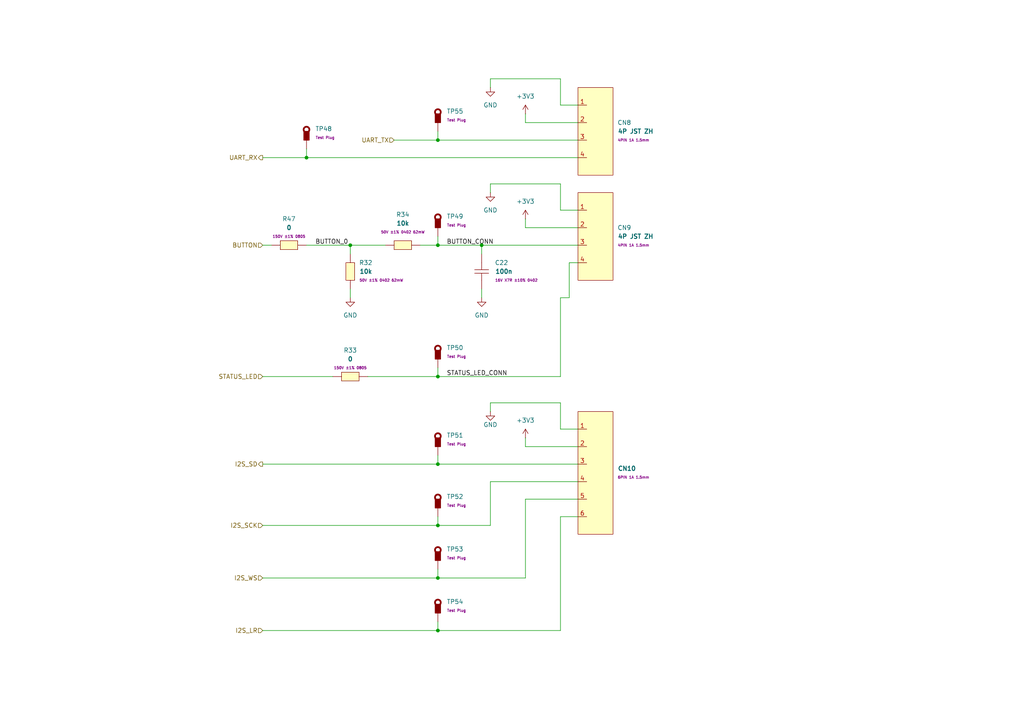
<source format=kicad_sch>
(kicad_sch (version 20231120) (generator "eeschema") (generator_version "8.0")
  (paper "A4")
  (lib_symbols
    (symbol "LiveAstra:C_100nF_X7R_0402" (pin_numbers hide) (pin_names hide)
      (property "Reference" "C" (at 0 8.89 0))
      (property "Value" "100n" (at 0 6.35 0))
      (property "Extra Values" "16V X7R ±10% 0402" (at 0 3.81 0))
      (symbol "C_100nF_X7R_0402_0_1"
        (polyline (pts (xy -2.54 0) (xy -0.51 0)))
        (polyline (pts (xy -0.51 2.03) (xy -0.51 -2.03)))
        (polyline (pts (xy 0.51 0) (xy 2.54 0)))
        (polyline (pts (xy 0.51 2.03) (xy 0.51 -2.03)))
      )
      (symbol "C_100nF_X7R_0402_1_1"
        (pin passive line (at -5.08 0 0) (length 2.54) (name "1") (number "1"))
        (pin passive line (at 5.08 0 180) (length 2.54) (name "2") (number "2"))
      )
    )
    (symbol "LiveAstra:JST_ZH_4PIN_1A_50V" (pin_names hide)
      (property "Reference" "CN" (at 0 19.05 0))
      (property "Value" "4P JST ZH" (at 0 16.51 0))
      (property "Extra Values" "4PIN 1A 1.5mm" (at 0 13.97 0))
      (symbol "JST_ZH_4PIN_1A_50V_0_1"
        (rectangle (start -5.08 12.7) (end 5.08 -12.7) (fill (type background)))
      )
      (symbol "JST_ZH_4PIN_1A_50V_1_1"
        (pin passive line (at -5.08 7.62 0) (length 2.54) (name "1") (number "1"))
        (pin passive line (at -5.08 2.54 0) (length 2.54) (name "2") (number "2"))
        (pin passive line (at -5.08 -2.54 0) (length 2.54) (name "3") (number "3"))
        (pin passive line (at -5.08 -7.62 0) (length 2.54) (name "4") (number "4"))
      )
    )
    (symbol "LiveAstra:JST_ZH_6PIN_1A_250V" (pin_names hide)
      (property "Reference" "CN" (at 0 21.59 0))
      (property "Extra Values" "6PIN 1A 1.5mm" (at 0 19.05 0))
      (symbol "JST_ZH_6PIN_1A_250V_0_1"
        (rectangle (start -5.08 17.78) (end 5.08 -17.78) (fill (type background)))
      )
      (symbol "JST_ZH_6PIN_1A_250V_1_1"
        (pin passive line (at -5.08 12.7 0) (length 2.54) (name "1") (number "1"))
        (pin passive line (at -5.08 7.62 0) (length 2.54) (name "2") (number "2"))
        (pin passive line (at -5.08 2.54 0) (length 2.54) (name "3") (number "3"))
        (pin passive line (at -5.08 -2.54 0) (length 2.54) (name "4") (number "4"))
        (pin passive line (at -5.08 -7.62 0) (length 2.54) (name "5") (number "5"))
        (pin passive line (at -5.08 -12.7 0) (length 2.54) (name "6") (number "6"))
      )
    )
    (symbol "LiveAstra:R_0Ohm_0805_125mW" (pin_numbers hide) (pin_names hide)
      (property "Reference" "R" (at 0 7.62 0))
      (property "Value" "0" (at 0 5.08 0))
      (property "Extra Values" "150V ±1% 0805" (at 0 2.54 0))
      (symbol "R_0Ohm_0805_125mW_0_1"
        (rectangle (start -2.54 1.27) (end 2.54 -1.27) (fill (type background)))
      )
      (symbol "R_0Ohm_0805_125mW_1_1"
        (pin passive line (at -5.08 0 0) (length 2.54) (name "1") (number "1"))
        (pin passive line (at 5.08 0 180) (length 2.54) (name "2") (number "2"))
      )
    )
    (symbol "LiveAstra:R_10kOhm_0402_62mW" (pin_numbers hide) (pin_names hide)
      (property "Reference" "R" (at 0 7.62 0))
      (property "Value" "10k" (at 0 5.08 0))
      (property "Extra Values" "50V ±1% 0402 62mW" (at 0 2.54 0))
      (symbol "R_10kOhm_0402_62mW_0_1"
        (rectangle (start -2.54 1.27) (end 2.54 -1.27) (fill (type background)))
      )
      (symbol "R_10kOhm_0402_62mW_1_1"
        (pin passive line (at -5.08 0 0) (length 2.54) (name "1") (number "1"))
        (pin passive line (at 5.08 0 180) (length 2.54) (name "2") (number "2"))
      )
    )
    (symbol "LiveAstra:TestPoint_Thimble" (pin_numbers hide) (pin_names hide) (in_bom no)
      (property "Reference" "TP" (at 0 9.5043 0))
      (property "Extra Values" "Test Plug" (at 0 7.62 0))
      (symbol "TestPoint_Thimble_1_1"
        (rectangle (start -0.762 5.08) (end 0.762 2.54) (stroke (width 0.254)) (fill (type outline)))
        (arc (start 0.508 4.9323) (mid 0 6.4175) (end -0.508 4.9323) (stroke (width 0.508)))
        (pin passive line (at 0 0 90) (length 2.54) (name "1") (number "1"))
      )
    )
    (symbol "power:+3V3" (power) (pin_numbers hide) (pin_names (offset 0) hide)
      (property "Value" "+3V3" (at 0 3.556 0))
      (symbol "+3V3_0_1"
        (polyline (pts (xy -0.762 1.27) (xy 0 2.54)))
        (polyline (pts (xy 0 0) (xy 0 2.54)))
        (polyline (pts (xy 0 2.54) (xy 0.762 1.27)))
      )
      (symbol "+3V3_1_1"
        (pin power_in line (at 0 0 90) (length 0) (name "~") (number "1"))
      )
    )
    (symbol "power:GND" (power) (pin_numbers hide) (pin_names (offset 0) hide)
      (property "Value" "GND" (at 0 -3.81 0))
      (symbol "GND_0_1"
        (polyline (pts (xy 0 0) (xy 0 -1.27) (xy 1.27 -1.27) (xy 0 -2.54) (xy -1.27 -1.27) (xy 0 -1.27)))
      )
      (symbol "GND_1_1"
        (pin power_in line (at 0 0 270) (length 0) (name "~") (number "1"))
      )
    )
  )
  (junction (at 127 109.22))
  (junction (at 127 182.88))
  (junction (at 127 134.62))
  (junction (at 127 71.12))
  (junction (at 139.7 71.12))
  (junction (at 127 152.4))
  (junction (at 101.6 71.12))
  (junction (at 127 40.64))
  (junction (at 88.9 45.72))
  (junction (at 127 167.64))
  (wire (pts (xy 162.56 86.36) (xy 162.56 109.22)))
  (wire (pts (xy 152.4 127) (xy 152.4 129.54)))
  (wire (pts (xy 165.1 86.36) (xy 165.1 76.2)))
  (wire (pts (xy 127 152.4) (xy 127 149.86)))
  (wire (pts (xy 127 40.64) (xy 167.64 40.64)))
  (wire (pts (xy 76.2 71.12) (xy 78.74 71.12)))
  (wire (pts (xy 152.4 63.5) (xy 152.4 66.04)))
  (wire (pts (xy 127 109.22) (xy 162.56 109.22)))
  (wire (pts (xy 88.9 43.18) (xy 88.9 45.72)))
  (wire (pts (xy 165.1 76.2) (xy 167.64 76.2)))
  (wire (pts (xy 88.9 45.72) (xy 167.64 45.72)))
  (wire (pts (xy 76.2 109.22) (xy 96.52 109.22)))
  (wire (pts (xy 142.24 116.84) (xy 162.56 116.84)))
  (wire (pts (xy 127 182.88) (xy 162.56 182.88)))
  (wire (pts (xy 139.7 71.12) (xy 167.64 71.12)))
  (wire (pts (xy 162.56 149.86) (xy 167.64 149.86)))
  (wire (pts (xy 76.2 45.72) (xy 88.9 45.72)))
  (wire (pts (xy 162.56 149.86) (xy 162.56 182.88)))
  (wire (pts (xy 152.4 144.78) (xy 167.64 144.78)))
  (wire (pts (xy 152.4 66.04) (xy 167.64 66.04)))
  (wire (pts (xy 162.56 53.34) (xy 162.56 60.96)))
  (wire (pts (xy 152.4 33.02) (xy 152.4 35.56)))
  (wire (pts (xy 127 132.08) (xy 127 134.62)))
  (wire (pts (xy 152.4 167.64) (xy 152.4 144.78)))
  (wire (pts (xy 127 71.12) (xy 139.7 71.12)))
  (wire (pts (xy 88.9 71.12) (xy 101.6 71.12)))
  (wire (pts (xy 142.24 22.86) (xy 142.24 25.4)))
  (wire (pts (xy 142.24 53.34) (xy 142.24 55.88)))
  (wire (pts (xy 142.24 119.38) (xy 142.24 116.84)))
  (wire (pts (xy 127 38.1) (xy 127 40.64)))
  (wire (pts (xy 114.3 40.64) (xy 127 40.64)))
  (wire (pts (xy 139.7 86.36) (xy 139.7 83.82)))
  (wire (pts (xy 162.56 22.86) (xy 162.56 30.48)))
  (wire (pts (xy 127 68.58) (xy 127 71.12)))
  (wire (pts (xy 127 165.1) (xy 127 167.64)))
  (wire (pts (xy 127 134.62) (xy 167.64 134.62)))
  (wire (pts (xy 162.56 116.84) (xy 162.56 124.46)))
  (wire (pts (xy 139.7 73.66) (xy 139.7 71.12)))
  (wire (pts (xy 101.6 73.66) (xy 101.6 71.12)))
  (wire (pts (xy 142.24 22.86) (xy 162.56 22.86)))
  (wire (pts (xy 76.2 134.62) (xy 127 134.62)))
  (wire (pts (xy 152.4 129.54) (xy 167.64 129.54)))
  (wire (pts (xy 162.56 30.48) (xy 167.64 30.48)))
  (wire (pts (xy 121.92 71.12) (xy 127 71.12)))
  (wire (pts (xy 142.24 139.7) (xy 142.24 152.4)))
  (wire (pts (xy 101.6 86.36) (xy 101.6 83.82)))
  (wire (pts (xy 127 180.34) (xy 127 182.88)))
  (wire (pts (xy 76.2 152.4) (xy 127 152.4)))
  (wire (pts (xy 142.24 139.7) (xy 167.64 139.7)))
  (wire (pts (xy 162.56 124.46) (xy 167.64 124.46)))
  (wire (pts (xy 76.2 182.88) (xy 127 182.88)))
  (wire (pts (xy 142.24 53.34) (xy 162.56 53.34)))
  (wire (pts (xy 162.56 86.36) (xy 165.1 86.36)))
  (wire (pts (xy 101.6 71.12) (xy 111.76 71.12)))
  (wire (pts (xy 127 106.68) (xy 127 109.22)))
  (wire (pts (xy 127 167.64) (xy 152.4 167.64)))
  (wire (pts (xy 76.2 167.64) (xy 127 167.64)))
  (wire (pts (xy 152.4 35.56) (xy 167.64 35.56)))
  (wire (pts (xy 106.68 109.22) (xy 127 109.22)))
  (wire (pts (xy 127 152.4) (xy 142.24 152.4)))
  (wire (pts (xy 162.56 60.96) (xy 167.64 60.96)))
  (label "BUTTON_CONN" (at 129.54 71.12 0))
  (label "STATUS_LED_CONN" (at 129.54 109.22 0))
  (label "BUTTON_0" (at 91.44 71.12 0))
  (hierarchical_label "I2S_SCK" (shape input) (at 76.2 152.4 180))
  (hierarchical_label "UART_RX" (shape output) (at 76.2 45.72 180))
  (hierarchical_label "I2S_WS" (shape input) (at 76.2 167.64 180))
  (hierarchical_label "I2S_SD" (shape output) (at 76.2 134.62 180))
  (hierarchical_label "I2S_LR" (shape input) (at 76.2 182.88 180))
  (hierarchical_label "STATUS_LED" (shape input) (at 76.2 109.22 180))
  (hierarchical_label "UART_TX" (shape input) (at 114.3 40.64 180))
  (hierarchical_label "BUTTON" (shape input) (at 76.2 71.12 180))
  (symbol (lib_id "LiveAstra:TestPoint_Thimble") (at 127 132.08 0) (unit 1) (in_bom no)
    (property "Reference" "TP51" (at 129.54 126.2676 0) (effects (justify left)))
    (property "Value" "TestPoint_Thimble" (effects (hide yes)))
    (property "Footprint" "LiveAstra:TestPoint_Loop_D3.50mm_Drill0.9mm_Beaded" (effects (hide yes)))
    (property "LCSC Part" "C5277086" (effects (hide yes)))
    (property "Extra Values" "Test Plug" (at 129.54 128.8076 0) (effects (font (size 0.762 0.762) (bold yes)) (justify left)))
  )
  (symbol (lib_id "LiveAstra:JST_ZH_4PIN_1A_50V") (at 172.72 38.1 0) (unit 1)
    (property "Reference" "CN8" (at 179.07 35.5599 0) (effects (justify left)))
    (property "Value" "4P JST ZH" (at 179.07 38.1 0) (effects (font (bold yes)) (justify left)))
    (property "Footprint" "LiveAstra:JST_ZH_B4B-ZR_1x04_P1.50mm_Vertical" (effects (hide yes)))
    (property "Datasheet" "https://lcsc.com/product-detail/ZH-Connectors-1-5mm_JST_B4B-ZR-3-4-LF-SN_ZHsocket-1-4P-pitch1-5mm_C163034.html" (effects (hide yes)))
    (property "Description" "ZH CONNECTOR 1.5mm pitch/Disconnectable Crimp style connectors" (effects (hide yes)))
    (property "LCSC Part" "C163034" (effects (hide yes)))
    (property "Extra Values" "4PIN 1A 1.5mm" (at 179.07 40.6399 0) (effects (font (size 0.762 0.762) (bold yes)) (justify left)))
  )
  (symbol (lib_id "LiveAstra:TestPoint_Thimble") (at 127 68.58 0) (unit 1) (in_bom no)
    (property "Reference" "TP49" (at 129.54 62.7676 0) (effects (justify left)))
    (property "Value" "TestPoint_Thimble" (effects (hide yes)))
    (property "Footprint" "LiveAstra:TestPoint_Loop_D3.50mm_Drill0.9mm_Beaded" (effects (hide yes)))
    (property "LCSC Part" "C5277086" (effects (hide yes)))
    (property "Extra Values" "Test Plug" (at 129.54 65.3076 0) (effects (font (size 0.762 0.762) (bold yes)) (justify left)))
  )
  (symbol (lib_id "power:+3V3") (at 152.4 63.5 0) (unit 1)
    (property "Reference" "#PWR082" (effects (hide yes)))
    (property "Value" "+3V3" (at 152.4 58.42 0))
    (property "Description" "Power symbol creates a global label with name \"+3V3\"" (effects (hide yes)))
  )
  (symbol (lib_id "LiveAstra:TestPoint_Thimble") (at 127 106.68 0) (unit 1) (in_bom no)
    (property "Reference" "TP50" (at 129.54 100.8676 0) (effects (justify left)))
    (property "Value" "TestPoint_Thimble" (effects (hide yes)))
    (property "Footprint" "LiveAstra:TestPoint_Loop_D3.50mm_Drill0.9mm_Beaded" (effects (hide yes)))
    (property "LCSC Part" "C5277086" (effects (hide yes)))
    (property "Extra Values" "Test Plug" (at 129.54 103.4076 0) (effects (font (size 0.762 0.762) (bold yes)) (justify left)))
  )
  (symbol (lib_id "LiveAstra:TestPoint_Thimble") (at 127 180.34 0) (unit 1) (in_bom no)
    (property "Reference" "TP54" (at 129.54 174.5276 0) (effects (justify left)))
    (property "Value" "TestPoint_Thimble" (effects (hide yes)))
    (property "Footprint" "LiveAstra:TestPoint_Loop_D3.50mm_Drill0.9mm_Beaded" (effects (hide yes)))
    (property "LCSC Part" "C5277086" (effects (hide yes)))
    (property "Extra Values" "Test Plug" (at 129.54 177.0676 0) (effects (font (size 0.762 0.762) (bold yes)) (justify left)))
  )
  (symbol (lib_id "power:GND") (at 142.24 25.4 0) (unit 1)
    (property "Reference" "#PWR078" (effects (hide yes)))
    (property "Value" "GND" (at 142.24 30.48 0))
    (property "Description" "Power symbol creates a global label with name \"GND\" , ground" (effects (hide yes)))
  )
  (symbol (lib_id "power:GND") (at 142.24 55.88 0) (unit 1)
    (property "Reference" "#PWR081" (effects (hide yes)))
    (property "Value" "GND" (at 142.24 60.96 0))
    (property "Description" "Power symbol creates a global label with name \"GND\" , ground" (effects (hide yes)))
  )
  (symbol (lib_id "LiveAstra:C_100nF_X7R_0402") (at 139.7 78.74 90) (unit 1)
    (property "Reference" "C22" (at 143.51 76.1999 90) (effects (justify right)))
    (property "Value" "100n" (at 143.51 78.74 90) (effects (font (bold yes)) (justify right)))
    (property "Footprint" "LiveAstra:C_0402_1005Metric" (effects (hide yes)))
    (property "Datasheet" "https://wmsc.lcsc.com/wmsc/upload/file/pdf/v2/lcsc/2304140030_Samsung-Electro-Mechanics-CL05B104KO5NNNC_C1525.pdf" (effects (hide yes)))
    (property "Description" "Multilayer Ceramic Capacitor" (effects (hide yes)))
    (property "LCSC Part" "C1525" (effects (hide yes)))
    (property "Extra Values" "16V X7R ±10% 0402" (at 143.51 81.2799 90) (effects (font (size 0.762 0.762) (bold yes)) (justify right)))
  )
  (symbol (lib_id "power:+3V3") (at 152.4 33.02 0) (unit 1)
    (property "Reference" "#PWR080" (effects (hide yes)))
    (property "Value" "+3V3" (at 152.4 27.94 0))
    (property "Description" "Power symbol creates a global label with name \"+3V3\"" (effects (hide yes)))
  )
  (symbol (lib_id "power:GND") (at 142.24 119.38 0) (unit 1)
    (property "Reference" "#PWR079" (effects (hide yes)))
    (property "Value" "GND" (at 142.24 123.19 0))
    (property "Description" "Power symbol creates a global label with name \"GND\" , ground" (effects (hide yes)))
  )
  (symbol (lib_id "LiveAstra:R_10kOhm_0402_62mW") (at 116.84 71.12 180) (unit 1)
    (property "Reference" "R34" (at 116.84 62.23 0))
    (property "Value" "10k" (at 116.84 64.77 0) (effects (font (bold yes))))
    (property "Footprint" "LiveAstra:R_0402_1005Metric" (effects (hide yes)))
    (property "Datasheet" "https://wmsc.lcsc.com/wmsc/upload/file/pdf/v2/lcsc/2206010100_UNI-ROYAL-Uniroyal-Elec-0402WGF1002TCE_C25744.pdf" (effects (hide yes)))
    (property "Description" "Thick Film Resistors" (effects (hide yes)))
    (property "LCSC Part" "C25744" (effects (hide yes)))
    (property "Extra Values" "50V ±1% 0402 62mW" (at 116.84 67.31 0) (effects (font (size 0.762 0.762) (bold yes))))
  )
  (symbol (lib_id "LiveAstra:JST_ZH_4PIN_1A_50V") (at 172.72 68.58 0) (unit 1)
    (property "Reference" "CN9" (at 179.07 66.0399 0) (effects (justify left)))
    (property "Value" "4P JST ZH" (at 179.07 68.58 0) (effects (font (bold yes)) (justify left)))
    (property "Footprint" "LiveAstra:JST_ZH_B4B-ZR_1x04_P1.50mm_Vertical" (effects (hide yes)))
    (property "Datasheet" "https://lcsc.com/product-detail/ZH-Connectors-1-5mm_JST_B4B-ZR-3-4-LF-SN_ZHsocket-1-4P-pitch1-5mm_C163034.html" (effects (hide yes)))
    (property "Description" "ZH CONNECTOR 1.5mm pitch/Disconnectable Crimp style connectors" (effects (hide yes)))
    (property "LCSC Part" "C163034" (effects (hide yes)))
    (property "Extra Values" "4PIN 1A 1.5mm" (at 179.07 71.1199 0) (effects (font (size 0.762 0.762) (bold yes)) (justify left)))
  )
  (symbol (lib_id "LiveAstra:TestPoint_Thimble") (at 127 149.86 0) (unit 1) (in_bom no)
    (property "Reference" "TP52" (at 129.54 144.0476 0) (effects (justify left)))
    (property "Value" "TestPoint_Thimble" (effects (hide yes)))
    (property "Footprint" "LiveAstra:TestPoint_Loop_D3.50mm_Drill0.9mm_Beaded" (effects (hide yes)))
    (property "LCSC Part" "C5277086" (effects (hide yes)))
    (property "Extra Values" "Test Plug" (at 129.54 146.5876 0) (effects (font (size 0.762 0.762) (bold yes)) (justify left)))
  )
  (symbol (lib_id "LiveAstra:R_0Ohm_0805_125mW") (at 101.6 109.22 0) (unit 1)
    (property "Reference" "R33" (at 101.6 101.6 0))
    (property "Value" "0" (at 101.6 104.14 0) (effects (font (bold yes))))
    (property "Footprint" "LiveAstra:R_0805_2012Metric_Pad1.20x1.40mm_HandSolder" (effects (hide yes)))
    (property "Datasheet" "https://lcsc.com/product-detail/Chip-Resistor-Surface-Mount-UniOhm_0R-0R0-1_C17477.html" (effects (hide yes)))
    (property "Description" "Thick Film Resistors" (effects (hide yes)))
    (property "LCSC Part" "C17477" (effects (hide yes)))
    (property "Extra Values" "150V ±1% 0805" (at 101.6 106.68 0) (effects (font (size 0.762 0.762) (bold yes))))
  )
  (symbol (lib_id "LiveAstra:R_10kOhm_0402_62mW") (at 101.6 78.74 90) (unit 1)
    (property "Reference" "R32" (at 104.14 76.1999 90) (effects (justify right)))
    (property "Value" "10k" (at 104.14 78.74 90) (effects (font (bold yes)) (justify right)))
    (property "Footprint" "LiveAstra:R_0402_1005Metric" (effects (hide yes)))
    (property "Datasheet" "https://wmsc.lcsc.com/wmsc/upload/file/pdf/v2/lcsc/2206010100_UNI-ROYAL-Uniroyal-Elec-0402WGF1002TCE_C25744.pdf" (effects (hide yes)))
    (property "Description" "Thick Film Resistors" (effects (hide yes)))
    (property "LCSC Part" "C25744" (effects (hide yes)))
    (property "Extra Values" "50V ±1% 0402 62mW" (at 104.14 81.2799 90) (effects (font (size 0.762 0.762) (bold yes)) (justify right)))
  )
  (symbol (lib_id "LiveAstra:TestPoint_Thimble") (at 127 38.1 0) (unit 1) (in_bom no)
    (property "Reference" "TP55" (at 129.54 32.2876 0) (effects (justify left)))
    (property "Value" "TestPoint_Thimble" (effects (hide yes)))
    (property "Footprint" "LiveAstra:TestPoint_Loop_D3.50mm_Drill0.9mm_Beaded" (effects (hide yes)))
    (property "LCSC Part" "C5277086" (effects (hide yes)))
    (property "Extra Values" "Test Plug" (at 129.54 34.8276 0) (effects (font (size 0.762 0.762) (bold yes)) (justify left)))
  )
  (symbol (lib_id "LiveAstra:TestPoint_Thimble") (at 127 165.1 0) (unit 1) (in_bom no)
    (property "Reference" "TP53" (at 129.54 159.2876 0) (effects (justify left)))
    (property "Value" "TestPoint_Thimble" (effects (hide yes)))
    (property "Footprint" "LiveAstra:TestPoint_Loop_D3.50mm_Drill0.9mm_Beaded" (effects (hide yes)))
    (property "LCSC Part" "C5277086" (effects (hide yes)))
    (property "Extra Values" "Test Plug" (at 129.54 161.8276 0) (effects (font (size 0.762 0.762) (bold yes)) (justify left)))
  )
  (symbol (lib_id "power:+3V3") (at 152.4 127 0) (unit 1)
    (property "Reference" "#PWR083" (effects (hide yes)))
    (property "Value" "+3V3" (at 152.4 121.92 0))
    (property "Description" "Power symbol creates a global label with name \"+3V3\"" (effects (hide yes)))
  )
  (symbol (lib_id "power:GND") (at 101.6 86.36 0) (unit 1)
    (property "Reference" "#PWR076" (effects (hide yes)))
    (property "Value" "GND" (at 101.6 91.44 0))
    (property "Description" "Power symbol creates a global label with name \"GND\" , ground" (effects (hide yes)))
  )
  (symbol (lib_id "power:GND") (at 139.7 86.36 0) (unit 1)
    (property "Reference" "#PWR077" (effects (hide yes)))
    (property "Value" "GND" (at 139.7 91.44 0))
    (property "Description" "Power symbol creates a global label with name \"GND\" , ground" (effects (hide yes)))
  )
  (symbol (lib_id "LiveAstra:JST_ZH_6PIN_1A_250V") (at 172.72 137.16 0) (unit 1)
    (property "Reference" "CN10" (at 179.07 135.89 0) (effects (font (bold yes)) (justify left)))
    (property "Value" "JST_ZH_6PIN_1A_250V" (effects (hide yes)))
    (property "Footprint" "LiveAstra:JST_ZH_B6B-ZR_1x06_P1.50mm_Vertical" (effects (hide yes)))
    (property "Datasheet" "https://www.lcsc.com/product-detail/Wire-To-Board-Wire-To-Wire-Connector_JST-Sales-America_B6B-ZR-LF-SN_JST-Sales-America-B6B-ZR-LF-SN_C157984.html" (effects (hide yes)))
    (property "Description" "1x6P 6P ZH Tin 6 -25℃~+85℃ 1A 1 1.5mm Brass Direct Insert Plugin,P=1.5mm Wire To Board Connector ROHS" (effects (hide yes)))
    (property "LCSC Part" "C157984" (effects (hide yes)))
    (property "Extra Values" "6PIN 1A 1.5mm" (at 179.07 138.4299 0) (effects (font (size 0.762 0.762) (bold yes)) (justify left)))
  )
  (symbol (lib_id "LiveAstra:R_0Ohm_0805_125mW") (at 83.82 71.12 0) (unit 1)
    (property "Reference" "R47" (at 83.82 63.5 0))
    (property "Value" "0" (at 83.82 66.04 0) (effects (font (bold yes))))
    (property "Footprint" "LiveAstra:R_0805_2012Metric_Pad1.20x1.40mm_HandSolder" (effects (hide yes)))
    (property "Datasheet" "https://lcsc.com/product-detail/Chip-Resistor-Surface-Mount-UniOhm_0R-0R0-1_C17477.html" (effects (hide yes)))
    (property "Description" "Thick Film Resistors" (effects (hide yes)))
    (property "LCSC Part" "C17477" (effects (hide yes)))
    (property "Extra Values" "150V ±1% 0805" (at 83.82 68.58 0) (effects (font (size 0.762 0.762) (bold yes))))
  )
  (symbol (lib_id "LiveAstra:TestPoint_Thimble") (at 88.9 43.18 0) (unit 1) (in_bom no)
    (property "Reference" "TP48" (at 91.44 37.3676 0) (effects (justify left)))
    (property "Value" "TestPoint_Thimble" (effects (hide yes)))
    (property "Footprint" "LiveAstra:TestPoint_Loop_D3.50mm_Drill0.9mm_Beaded" (effects (hide yes)))
    (property "LCSC Part" "C5277086" (effects (hide yes)))
    (property "Extra Values" "Test Plug" (at 91.44 39.9076 0) (effects (font (size 0.762 0.762) (bold yes)) (justify left)))
  )
)
</source>
